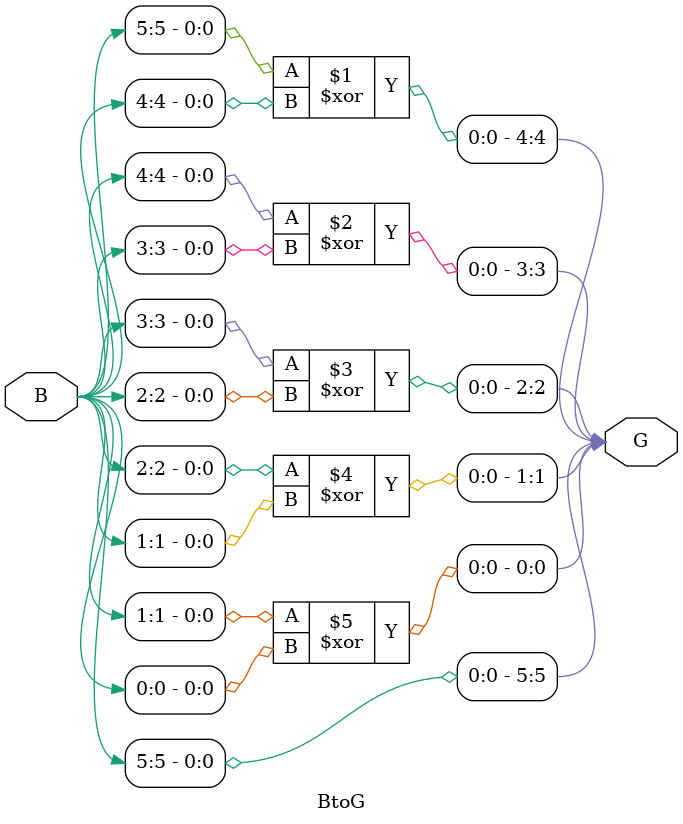
<source format=v>

module BtoG(input [5:0] B , output [5:0] G);
  assign G[5] = B[5];
  assign G[4] = B[5]^B[4];
  assign G[3] = B[4]^B[3];
  assign G[2] = B[3]^B[2];
  assign G[1] = B[2]^B[1];
  assign G[0] = B[1]^B[0];

endmodule

</source>
